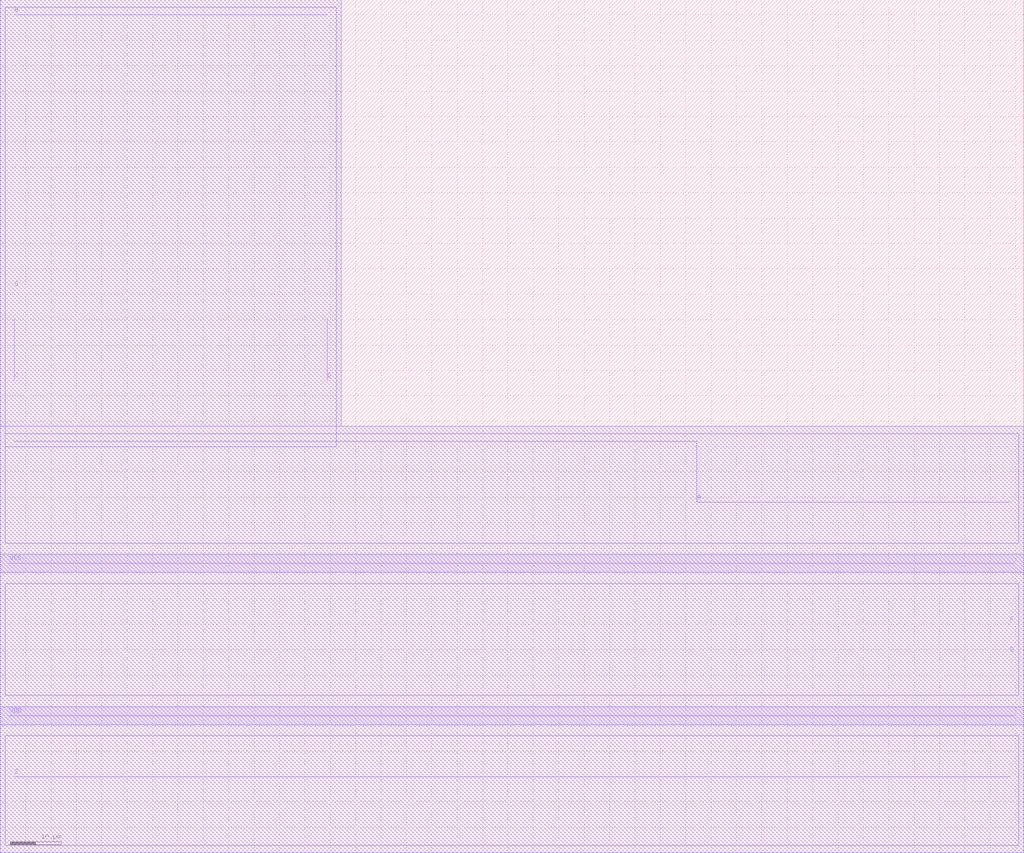
<source format=lef>
MACRO LBLOCK
 FOREIGN LBLOCKS ;
 CLASS RING ;
 SIZE 201.6 BY 168 ;
 SITE LBLOCK ;
 PIN Z DIRECTION OUTPUT ;
 PORT LAYER M2 ;
 PATH 2.8 15 198.8 15 ;
 END
END Z PIN A DIRECTION OUTPUT ;
 PORT LAYER M2 ;
 PATH 2.8 81 137.2 81 ;
 PATH 137.2 81 137.2 69 ;
 PATH 137.2 69 198.8 69 ;
 END
END A
PIN B DIRECTION INPUT ;
 PORT LAYER M2 ;
 PATH 2.8 165 64.4 165 ;
 END
END B PIN C DIRECTION INPUT ;
 PORT LAYER M1 ;
 PATH 2.8 93 2.8 105 ;
 END
END C PIN D DIRECTION INPUT ;
 PORT LAYER M1 ;
 PATH 64.4 93 64.4 105 ;
 END
END D PIN E DIRECTION INPUT ;
 PORT LAYER M1 ;
 PATH 198.8 39 198.8 39 ;
 END
END E PIN F DIRECTION INPUT ;
 PORT LAYER M1 ;
 PATH 198.8 45 198.8 45 ;
 END
END F PIN G DIRECTION INPUT ;
 PORT LAYER M1 ;
 PATH 2.8 111 2.8 111 ;
 END
END G
PIN VDD
 PORT LAYER M2 ;
 WIDTH 3.6 ;
 PATH 1.8 27 199.8 27 ;
 END
END VDD

PIN VSS DIRECTION INOUT ;
 PORT LAYER M2 ;
 WIDTH 3.6 ;
 PATH 1.8 57 199.8 57 ;
 END
END VSS OBS LAYER M2 ;
 RECT 1.0 80 66.2 166.5 ;
 RECT 1.0 1.5 200.6 23 ;
 RECT 1.0 31 200.6 53 ;
 RECT 1.0 61 200.6 82.5 ;
 # rectilinear shape description LAYER OVERLAP ;
 RECT 0 0 201.6 84 ;
 RECT 0 84 67.2 168 ;
 END
END LBLOCK

</source>
